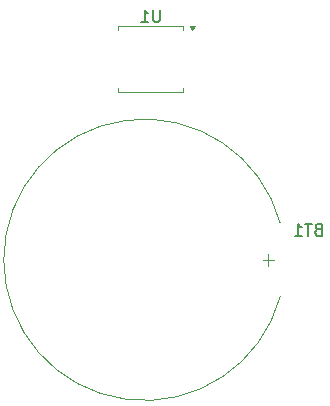
<source format=gbr>
%TF.GenerationSoftware,KiCad,Pcbnew,9.0.0*%
%TF.CreationDate,2025-03-23T12:51:39+01:00*%
%TF.ProjectId,ppicoV1,70706963-6f56-4312-9e6b-696361645f70,rev?*%
%TF.SameCoordinates,Original*%
%TF.FileFunction,Legend,Bot*%
%TF.FilePolarity,Positive*%
%FSLAX46Y46*%
G04 Gerber Fmt 4.6, Leading zero omitted, Abs format (unit mm)*
G04 Created by KiCad (PCBNEW 9.0.0) date 2025-03-23 12:51:39*
%MOMM*%
%LPD*%
G01*
G04 APERTURE LIST*
%ADD10C,0.150000*%
%ADD11C,0.120000*%
G04 APERTURE END LIST*
D10*
X130761904Y-56354819D02*
X130761904Y-57164342D01*
X130761904Y-57164342D02*
X130714285Y-57259580D01*
X130714285Y-57259580D02*
X130666666Y-57307200D01*
X130666666Y-57307200D02*
X130571428Y-57354819D01*
X130571428Y-57354819D02*
X130380952Y-57354819D01*
X130380952Y-57354819D02*
X130285714Y-57307200D01*
X130285714Y-57307200D02*
X130238095Y-57259580D01*
X130238095Y-57259580D02*
X130190476Y-57164342D01*
X130190476Y-57164342D02*
X130190476Y-56354819D01*
X129190476Y-57354819D02*
X129761904Y-57354819D01*
X129476190Y-57354819D02*
X129476190Y-56354819D01*
X129476190Y-56354819D02*
X129571428Y-56497676D01*
X129571428Y-56497676D02*
X129666666Y-56592914D01*
X129666666Y-56592914D02*
X129761904Y-56640533D01*
X144143169Y-74931009D02*
X144000312Y-74978628D01*
X144000312Y-74978628D02*
X143952693Y-75026247D01*
X143952693Y-75026247D02*
X143905074Y-75121485D01*
X143905074Y-75121485D02*
X143905074Y-75264342D01*
X143905074Y-75264342D02*
X143952693Y-75359580D01*
X143952693Y-75359580D02*
X144000312Y-75407200D01*
X144000312Y-75407200D02*
X144095550Y-75454819D01*
X144095550Y-75454819D02*
X144476502Y-75454819D01*
X144476502Y-75454819D02*
X144476502Y-74454819D01*
X144476502Y-74454819D02*
X144143169Y-74454819D01*
X144143169Y-74454819D02*
X144047931Y-74502438D01*
X144047931Y-74502438D02*
X144000312Y-74550057D01*
X144000312Y-74550057D02*
X143952693Y-74645295D01*
X143952693Y-74645295D02*
X143952693Y-74740533D01*
X143952693Y-74740533D02*
X144000312Y-74835771D01*
X144000312Y-74835771D02*
X144047931Y-74883390D01*
X144047931Y-74883390D02*
X144143169Y-74931009D01*
X144143169Y-74931009D02*
X144476502Y-74931009D01*
X143619359Y-74454819D02*
X143047931Y-74454819D01*
X143333645Y-75454819D02*
X143333645Y-74454819D01*
X142190788Y-75454819D02*
X142762216Y-75454819D01*
X142476502Y-75454819D02*
X142476502Y-74454819D01*
X142476502Y-74454819D02*
X142571740Y-74597676D01*
X142571740Y-74597676D02*
X142666978Y-74692914D01*
X142666978Y-74692914D02*
X142762216Y-74740533D01*
D11*
%TO.C,U1*%
X127240000Y-57740000D02*
X127240000Y-58010000D01*
X127240000Y-63260000D02*
X127240000Y-62990000D01*
X130000000Y-57740000D02*
X127240000Y-57740000D01*
X130000000Y-57740000D02*
X132760000Y-57740000D01*
X130000000Y-63260000D02*
X127240000Y-63260000D01*
X130000000Y-63260000D02*
X132760000Y-63260000D01*
X132760000Y-57740000D02*
X132760000Y-58010000D01*
X132760000Y-63260000D02*
X132760000Y-62990000D01*
X133525000Y-58010000D02*
X133285000Y-57680000D01*
X133765000Y-57680000D01*
X133525000Y-58010000D01*
G36*
X133525000Y-58010000D02*
G01*
X133285000Y-57680000D01*
X133765000Y-57680000D01*
X133525000Y-58010000D01*
G37*
%TO.C,BT1*%
X139957455Y-77000000D02*
X139957455Y-78000000D01*
X140457455Y-77500000D02*
X139457455Y-77500000D01*
X140957454Y-80600000D02*
G75*
G02*
X140957454Y-74400000I-11499999J3100000D01*
G01*
%TD*%
M02*

</source>
